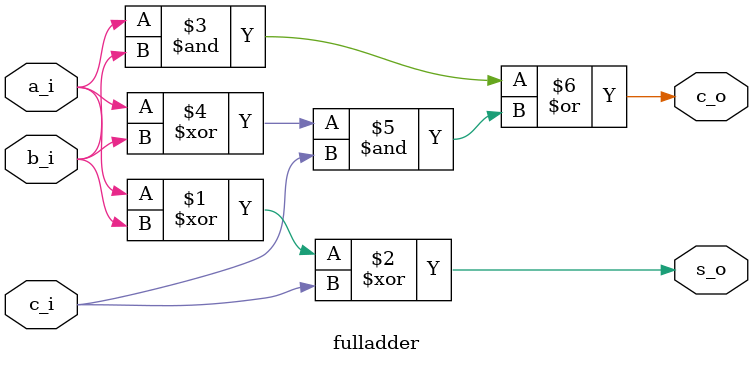
<source format=v>
`default_nettype none

module fulladder
(  
    input   wire    a_i,
    input   wire    b_i,
    input   wire    c_i,
    
    output  wire    s_o,
    output  wire    c_o
);

    assign s_o = a_i ^ b_i ^ c_i;
    assign c_o = (a_i & b_i) | ((a_i ^ b_i) & c_i);
endmodule
</source>
